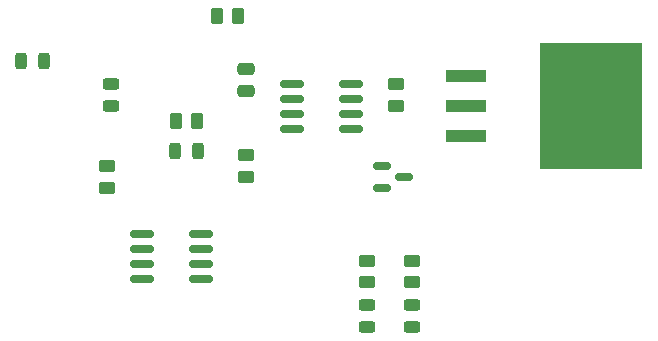
<source format=gbr>
G04 #@! TF.GenerationSoftware,KiCad,Pcbnew,7.0.2-6a45011f42~172~ubuntu22.04.1*
G04 #@! TF.CreationDate,2023-04-28T22:36:36-05:00*
G04 #@! TF.ProjectId,laser,6c617365-722e-46b6-9963-61645f706362,rev?*
G04 #@! TF.SameCoordinates,PXc1c960PY791ddc0*
G04 #@! TF.FileFunction,Paste,Top*
G04 #@! TF.FilePolarity,Positive*
%FSLAX46Y46*%
G04 Gerber Fmt 4.6, Leading zero omitted, Abs format (unit mm)*
G04 Created by KiCad (PCBNEW 7.0.2-6a45011f42~172~ubuntu22.04.1) date 2023-04-28 22:36:36*
%MOMM*%
%LPD*%
G01*
G04 APERTURE LIST*
G04 Aperture macros list*
%AMRoundRect*
0 Rectangle with rounded corners*
0 $1 Rounding radius*
0 $2 $3 $4 $5 $6 $7 $8 $9 X,Y pos of 4 corners*
0 Add a 4 corners polygon primitive as box body*
4,1,4,$2,$3,$4,$5,$6,$7,$8,$9,$2,$3,0*
0 Add four circle primitives for the rounded corners*
1,1,$1+$1,$2,$3*
1,1,$1+$1,$4,$5*
1,1,$1+$1,$6,$7*
1,1,$1+$1,$8,$9*
0 Add four rect primitives between the rounded corners*
20,1,$1+$1,$2,$3,$4,$5,0*
20,1,$1+$1,$4,$5,$6,$7,0*
20,1,$1+$1,$6,$7,$8,$9,0*
20,1,$1+$1,$8,$9,$2,$3,0*%
G04 Aperture macros list end*
%ADD10RoundRect,0.243750X0.456250X-0.243750X0.456250X0.243750X-0.456250X0.243750X-0.456250X-0.243750X0*%
%ADD11RoundRect,0.250000X-0.450000X0.262500X-0.450000X-0.262500X0.450000X-0.262500X0.450000X0.262500X0*%
%ADD12RoundRect,0.250000X0.475000X-0.250000X0.475000X0.250000X-0.475000X0.250000X-0.475000X-0.250000X0*%
%ADD13RoundRect,0.250000X0.450000X-0.262500X0.450000X0.262500X-0.450000X0.262500X-0.450000X-0.262500X0*%
%ADD14RoundRect,0.243750X-0.243750X-0.456250X0.243750X-0.456250X0.243750X0.456250X-0.243750X0.456250X0*%
%ADD15RoundRect,0.150000X-0.825000X-0.150000X0.825000X-0.150000X0.825000X0.150000X-0.825000X0.150000X0*%
%ADD16RoundRect,0.243750X0.243750X0.456250X-0.243750X0.456250X-0.243750X-0.456250X0.243750X-0.456250X0*%
%ADD17RoundRect,0.250000X0.262500X0.450000X-0.262500X0.450000X-0.262500X-0.450000X0.262500X-0.450000X0*%
%ADD18R,3.400000X1.000000*%
%ADD19R,8.600000X10.700000*%
%ADD20RoundRect,0.150000X-0.587500X-0.150000X0.587500X-0.150000X0.587500X0.150000X-0.587500X0.150000X0*%
G04 APERTURE END LIST*
D10*
X22860000Y20320000D03*
X22860000Y22195000D03*
D11*
X22502500Y15240000D03*
X22502500Y13415000D03*
D12*
X34290000Y21590000D03*
X34290000Y23490000D03*
D13*
X44456690Y5412500D03*
X44456690Y7237500D03*
D14*
X28272500Y16510000D03*
X30147500Y16510000D03*
D15*
X25465000Y9525000D03*
X25465000Y8255000D03*
X25465000Y6985000D03*
X25465000Y5715000D03*
X30415000Y5715000D03*
X30415000Y6985000D03*
X30415000Y8255000D03*
X30415000Y9525000D03*
X38165000Y22225000D03*
X38165000Y20955000D03*
X38165000Y19685000D03*
X38165000Y18415000D03*
X43115000Y18415000D03*
X43115000Y19685000D03*
X43115000Y20955000D03*
X43115000Y22225000D03*
D13*
X34290000Y14327500D03*
X34290000Y16152500D03*
D10*
X44456690Y1602500D03*
X44456690Y3477500D03*
D16*
X17115000Y24130000D03*
X15240000Y24130000D03*
D11*
X46990000Y22145000D03*
X46990000Y20320000D03*
D17*
X33600000Y27940000D03*
X31775000Y27940000D03*
D18*
X52900000Y22860000D03*
X52900000Y20320000D03*
X52900000Y17780000D03*
D19*
X63500000Y20320000D03*
D13*
X48266690Y5412500D03*
X48266690Y7237500D03*
D10*
X48266690Y1602500D03*
X48266690Y3477500D03*
D17*
X30122500Y19050000D03*
X28297500Y19050000D03*
D20*
X45726690Y15240000D03*
X45726690Y13340000D03*
X47601690Y14290000D03*
M02*

</source>
